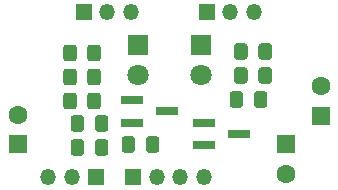
<source format=gbr>
%TF.GenerationSoftware,KiCad,Pcbnew,(5.99.0-2965-g3673c2369)*%
%TF.CreationDate,2020-08-27T12:58:17+03:00*%
%TF.ProjectId,aceitera,61636569-7465-4726-912e-6b696361645f,rev?*%
%TF.SameCoordinates,Original*%
%TF.FileFunction,Soldermask,Top*%
%TF.FilePolarity,Negative*%
%FSLAX46Y46*%
G04 Gerber Fmt 4.6, Leading zero omitted, Abs format (unit mm)*
G04 Created by KiCad (PCBNEW (5.99.0-2965-g3673c2369)) date 2020-08-27 12:58:17*
%MOMM*%
%LPD*%
G01*
G04 APERTURE LIST*
%ADD10O,1.350000X1.350000*%
%ADD11R,1.350000X1.350000*%
%ADD12C,1.600000*%
%ADD13R,1.600000X1.600000*%
%ADD14R,1.900000X0.800000*%
%ADD15C,1.800000*%
%ADD16R,1.800000X1.800000*%
G04 APERTURE END LIST*
D10*
%TO.C,SW2*%
X113728000Y-76073000D03*
X111728000Y-76073000D03*
D11*
X109728000Y-76073000D03*
%TD*%
D10*
%TO.C,SW1*%
X124142000Y-76073000D03*
X122142000Y-76073000D03*
D11*
X120142000Y-76073000D03*
%TD*%
D10*
%TO.C,RV1*%
X106744000Y-90043000D03*
X108744000Y-90043000D03*
D11*
X110744000Y-90043000D03*
%TD*%
D10*
%TO.C,J1*%
X119919000Y-90043000D03*
X117919000Y-90043000D03*
X115919000Y-90043000D03*
D11*
X113919000Y-90043000D03*
%TD*%
%TO.C,C5*%
G36*
G01*
X109151000Y-83116000D02*
X109151000Y-84016000D01*
G75*
G02*
X108901000Y-84266000I-250000J0D01*
G01*
X108251000Y-84266000D01*
G75*
G02*
X108001000Y-84016000I0J250000D01*
G01*
X108001000Y-83116000D01*
G75*
G02*
X108251000Y-82866000I250000J0D01*
G01*
X108901000Y-82866000D01*
G75*
G02*
X109151000Y-83116000I0J-250000D01*
G01*
G37*
G36*
G01*
X111201000Y-83116000D02*
X111201000Y-84016000D01*
G75*
G02*
X110951000Y-84266000I-250000J0D01*
G01*
X110301000Y-84266000D01*
G75*
G02*
X110051000Y-84016000I0J250000D01*
G01*
X110051000Y-83116000D01*
G75*
G02*
X110301000Y-82866000I250000J0D01*
G01*
X110951000Y-82866000D01*
G75*
G02*
X111201000Y-83116000I0J-250000D01*
G01*
G37*
%TD*%
D12*
%TO.C,C4*%
X126873000Y-89749000D03*
D13*
X126873000Y-87249000D03*
%TD*%
D14*
%TO.C,Q2*%
X116816000Y-84455000D03*
X113816000Y-85405000D03*
X113816000Y-83505000D03*
%TD*%
%TO.C,R3*%
G36*
G01*
X124148000Y-83889000D02*
X124148000Y-82989000D01*
G75*
G02*
X124398000Y-82739000I250000J0D01*
G01*
X125048000Y-82739000D01*
G75*
G02*
X125298000Y-82989000I0J-250000D01*
G01*
X125298000Y-83889000D01*
G75*
G02*
X125048000Y-84139000I-250000J0D01*
G01*
X124398000Y-84139000D01*
G75*
G02*
X124148000Y-83889000I0J250000D01*
G01*
G37*
G36*
G01*
X122098000Y-83889000D02*
X122098000Y-82989000D01*
G75*
G02*
X122348000Y-82739000I250000J0D01*
G01*
X122998000Y-82739000D01*
G75*
G02*
X123248000Y-82989000I0J-250000D01*
G01*
X123248000Y-83889000D01*
G75*
G02*
X122998000Y-84139000I-250000J0D01*
G01*
X122348000Y-84139000D01*
G75*
G02*
X122098000Y-83889000I0J250000D01*
G01*
G37*
%TD*%
%TO.C,R4*%
G36*
G01*
X123629000Y-78925000D02*
X123629000Y-79825000D01*
G75*
G02*
X123379000Y-80075000I-250000J0D01*
G01*
X122729000Y-80075000D01*
G75*
G02*
X122479000Y-79825000I0J250000D01*
G01*
X122479000Y-78925000D01*
G75*
G02*
X122729000Y-78675000I250000J0D01*
G01*
X123379000Y-78675000D01*
G75*
G02*
X123629000Y-78925000I0J-250000D01*
G01*
G37*
G36*
G01*
X125679000Y-78925000D02*
X125679000Y-79825000D01*
G75*
G02*
X125429000Y-80075000I-250000J0D01*
G01*
X124779000Y-80075000D01*
G75*
G02*
X124529000Y-79825000I0J250000D01*
G01*
X124529000Y-78925000D01*
G75*
G02*
X124779000Y-78675000I250000J0D01*
G01*
X125429000Y-78675000D01*
G75*
G02*
X125679000Y-78925000I0J-250000D01*
G01*
G37*
%TD*%
%TO.C,R2*%
G36*
G01*
X124529000Y-81857000D02*
X124529000Y-80957000D01*
G75*
G02*
X124779000Y-80707000I250000J0D01*
G01*
X125429000Y-80707000D01*
G75*
G02*
X125679000Y-80957000I0J-250000D01*
G01*
X125679000Y-81857000D01*
G75*
G02*
X125429000Y-82107000I-250000J0D01*
G01*
X124779000Y-82107000D01*
G75*
G02*
X124529000Y-81857000I0J250000D01*
G01*
G37*
G36*
G01*
X122479000Y-81857000D02*
X122479000Y-80957000D01*
G75*
G02*
X122729000Y-80707000I250000J0D01*
G01*
X123379000Y-80707000D01*
G75*
G02*
X123629000Y-80957000I0J-250000D01*
G01*
X123629000Y-81857000D01*
G75*
G02*
X123379000Y-82107000I-250000J0D01*
G01*
X122729000Y-82107000D01*
G75*
G02*
X122479000Y-81857000I0J250000D01*
G01*
G37*
%TD*%
D12*
%TO.C,C6*%
X104140000Y-84749000D03*
D13*
X104140000Y-87249000D03*
%TD*%
D12*
%TO.C,C2*%
X129794000Y-82336000D03*
D13*
X129794000Y-84836000D03*
%TD*%
%TO.C,R1*%
G36*
G01*
X109786000Y-85021000D02*
X109786000Y-85921000D01*
G75*
G02*
X109536000Y-86171000I-250000J0D01*
G01*
X108886000Y-86171000D01*
G75*
G02*
X108636000Y-85921000I0J250000D01*
G01*
X108636000Y-85021000D01*
G75*
G02*
X108886000Y-84771000I250000J0D01*
G01*
X109536000Y-84771000D01*
G75*
G02*
X109786000Y-85021000I0J-250000D01*
G01*
G37*
G36*
G01*
X111836000Y-85021000D02*
X111836000Y-85921000D01*
G75*
G02*
X111586000Y-86171000I-250000J0D01*
G01*
X110936000Y-86171000D01*
G75*
G02*
X110686000Y-85921000I0J250000D01*
G01*
X110686000Y-85021000D01*
G75*
G02*
X110936000Y-84771000I250000J0D01*
G01*
X111586000Y-84771000D01*
G75*
G02*
X111836000Y-85021000I0J-250000D01*
G01*
G37*
%TD*%
D14*
%TO.C,Q1*%
X122912000Y-86360000D03*
X119912000Y-87310000D03*
X119912000Y-85410000D03*
%TD*%
D15*
%TO.C,D2*%
X114300000Y-81407000D03*
D16*
X114300000Y-78867000D03*
%TD*%
%TO.C,C7*%
G36*
G01*
X109151000Y-81084000D02*
X109151000Y-81984000D01*
G75*
G02*
X108901000Y-82234000I-250000J0D01*
G01*
X108251000Y-82234000D01*
G75*
G02*
X108001000Y-81984000I0J250000D01*
G01*
X108001000Y-81084000D01*
G75*
G02*
X108251000Y-80834000I250000J0D01*
G01*
X108901000Y-80834000D01*
G75*
G02*
X109151000Y-81084000I0J-250000D01*
G01*
G37*
G36*
G01*
X111201000Y-81084000D02*
X111201000Y-81984000D01*
G75*
G02*
X110951000Y-82234000I-250000J0D01*
G01*
X110301000Y-82234000D01*
G75*
G02*
X110051000Y-81984000I0J250000D01*
G01*
X110051000Y-81084000D01*
G75*
G02*
X110301000Y-80834000I250000J0D01*
G01*
X110951000Y-80834000D01*
G75*
G02*
X111201000Y-81084000I0J-250000D01*
G01*
G37*
%TD*%
%TO.C,C1*%
G36*
G01*
X110051000Y-79952000D02*
X110051000Y-79052000D01*
G75*
G02*
X110301000Y-78802000I250000J0D01*
G01*
X110951000Y-78802000D01*
G75*
G02*
X111201000Y-79052000I0J-250000D01*
G01*
X111201000Y-79952000D01*
G75*
G02*
X110951000Y-80202000I-250000J0D01*
G01*
X110301000Y-80202000D01*
G75*
G02*
X110051000Y-79952000I0J250000D01*
G01*
G37*
G36*
G01*
X108001000Y-79952000D02*
X108001000Y-79052000D01*
G75*
G02*
X108251000Y-78802000I250000J0D01*
G01*
X108901000Y-78802000D01*
G75*
G02*
X109151000Y-79052000I0J-250000D01*
G01*
X109151000Y-79952000D01*
G75*
G02*
X108901000Y-80202000I-250000J0D01*
G01*
X108251000Y-80202000D01*
G75*
G02*
X108001000Y-79952000I0J250000D01*
G01*
G37*
%TD*%
%TO.C,R5*%
G36*
G01*
X109786000Y-87053000D02*
X109786000Y-87953000D01*
G75*
G02*
X109536000Y-88203000I-250000J0D01*
G01*
X108886000Y-88203000D01*
G75*
G02*
X108636000Y-87953000I0J250000D01*
G01*
X108636000Y-87053000D01*
G75*
G02*
X108886000Y-86803000I250000J0D01*
G01*
X109536000Y-86803000D01*
G75*
G02*
X109786000Y-87053000I0J-250000D01*
G01*
G37*
G36*
G01*
X111836000Y-87053000D02*
X111836000Y-87953000D01*
G75*
G02*
X111586000Y-88203000I-250000J0D01*
G01*
X110936000Y-88203000D01*
G75*
G02*
X110686000Y-87953000I0J250000D01*
G01*
X110686000Y-87053000D01*
G75*
G02*
X110936000Y-86803000I250000J0D01*
G01*
X111586000Y-86803000D01*
G75*
G02*
X111836000Y-87053000I0J-250000D01*
G01*
G37*
%TD*%
D15*
%TO.C,D1*%
X119634000Y-81407000D03*
D16*
X119634000Y-78867000D03*
%TD*%
%TO.C,C3*%
G36*
G01*
X114104000Y-86799000D02*
X114104000Y-87699000D01*
G75*
G02*
X113854000Y-87949000I-250000J0D01*
G01*
X113204000Y-87949000D01*
G75*
G02*
X112954000Y-87699000I0J250000D01*
G01*
X112954000Y-86799000D01*
G75*
G02*
X113204000Y-86549000I250000J0D01*
G01*
X113854000Y-86549000D01*
G75*
G02*
X114104000Y-86799000I0J-250000D01*
G01*
G37*
G36*
G01*
X116154000Y-86799000D02*
X116154000Y-87699000D01*
G75*
G02*
X115904000Y-87949000I-250000J0D01*
G01*
X115254000Y-87949000D01*
G75*
G02*
X115004000Y-87699000I0J250000D01*
G01*
X115004000Y-86799000D01*
G75*
G02*
X115254000Y-86549000I250000J0D01*
G01*
X115904000Y-86549000D01*
G75*
G02*
X116154000Y-86799000I0J-250000D01*
G01*
G37*
%TD*%
M02*

</source>
